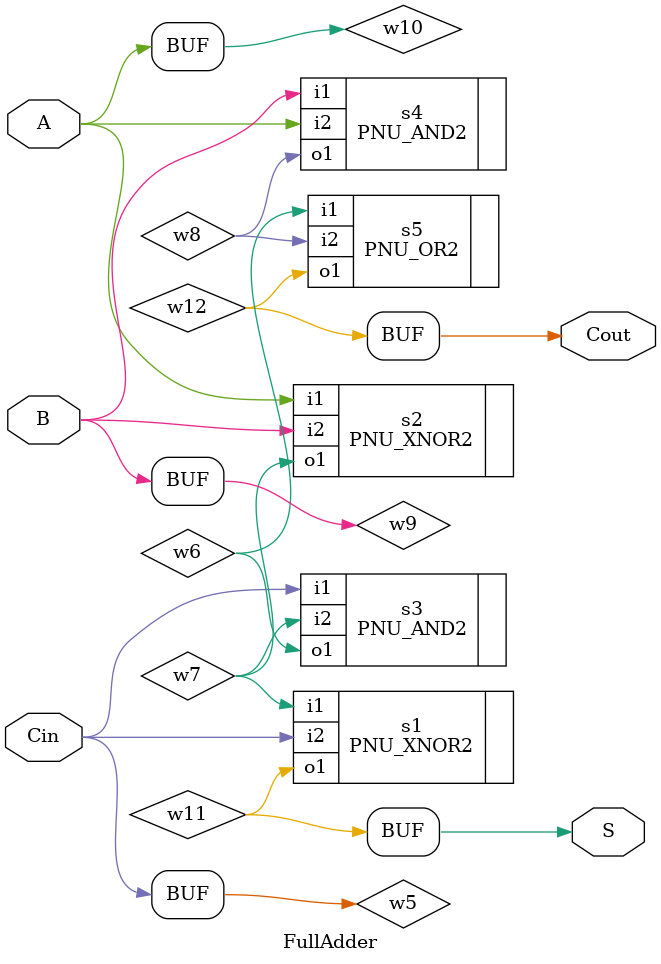
<source format=v>
module FullAdder(A,B,Cin,S,Cout);

input A;
input B;
input Cin;
output S;
output Cout;

wire  w6;
wire  w8;
wire  w5;
wire  w7;
wire  w9;
wire  w10;
wire  w11;
wire  w12;

assign w10 = A;
assign w9 = B;
assign w5 = Cin;
assign S = w11;
assign Cout = w12;

PNU_XNOR2
     s2 (
      .o1(w7),
      .i2(w9),
      .i1(w10));

PNU_XNOR2
     s1 (
      .i2(w5),
      .i1(w7),
      .o1(w11));

PNU_AND2
     s3 (
      .o1(w6),
      .i1(w5),
      .i2(w7));

PNU_AND2
     s4 (
      .o1(w8),
      .i1(w9),
      .i2(w10));

PNU_OR2
     s5 (
      .i1(w6),
      .i2(w8),
      .o1(w12));

endmodule


</source>
